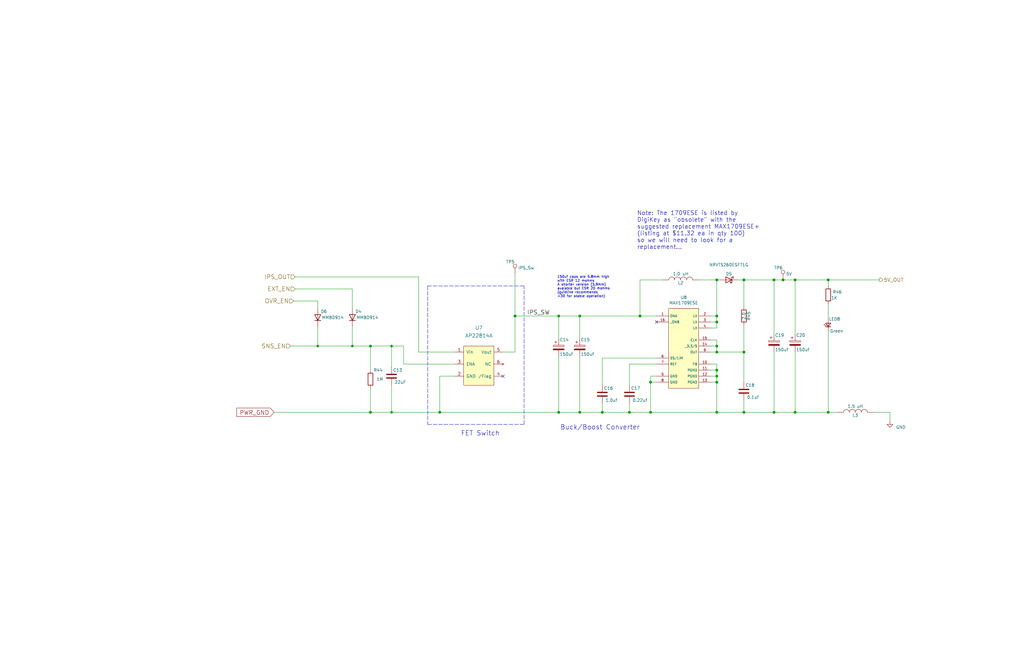
<source format=kicad_sch>
(kicad_sch (version 20211123) (generator eeschema)
  (paper "B")
  (title_block (title "ConnectBox CM4 for China Case") (date "2022-03-18") (rev "1.8.2") (comment 1 "JRA"))
  (lib_symbols
    (symbol "Connector:TestPoint" (pin_numbers hide) (pin_names (offset 0.762) hide)
      (property "Reference" "TP" (at 0 6.858 0))
      (property "Value" "TestPoint" (at 0 5.08 0))
      (symbol "TestPoint_0_1"
        (circle (center 0 3.302) (radius 0.762))
      )
      (symbol "TestPoint_1_1"
        (pin passive line (at 0 0 90) (length 2.54) (name "1") (number "1"))
      )
    )
    (symbol "CustomComponents:AP22814A" (pin_names (offset 1.016))
      (property "Reference" "IC" (at -3.81 8.89 0))
      (property "Value" "AP22814A" (at 0 -11.43 0))
      (symbol "AP22814A_0_1"
        (rectangle (start -5.08 6.35) (end 7.62 -10.16) (fill (type background)))
      )
      (symbol "AP22814A_1_1"
        (pin input line (at -8.89 3.81 0) (length 3.81) (name "Vin") (number "1"))
        (pin input line (at -8.89 -6.35 0) (length 3.81) (name "GND") (number "2"))
        (pin input line (at -8.89 -1.27 0) (length 3.81) (name "ENA") (number "3"))
        (pin output line (at 11.43 -6.35 180) (length 3.81) (name "/Flag") (number "4"))
        (pin power_out line (at 11.43 3.81 180) (length 3.81) (name "Vout") (number "5"))
        (pin no_connect line (at 11.43 -1.27 180) (length 3.81) (name "NC") (number "6"))
      )
    )
    (symbol "CustomComponents:INDUCTOR-1" (pin_numbers hide) (pin_names (offset 1.016) hide)
      (property "Reference" "L" (at -1.27 0 90))
      (property "Value" "INDUCTOR-1" (at 2.54 0 90))
      (symbol "INDUCTOR-1_0_1"
        (arc (start 0.0254 -5.0546) (mid 1.245 -3.7973) (end 0.0254 -2.54))
        (arc (start 0.0254 -2.5146) (mid 1.2704 -1.2319) (end 0.0254 0.0508))
        (arc (start 0.0254 0.0254) (mid 1.2704 1.3081) (end 0.0254 2.5908))
        (arc (start 0.0254 2.5654) (mid 1.1942 3.7719) (end 0.0254 4.9784))
      )
      (symbol "INDUCTOR-1_1_1"
        (pin passive line (at 0 7.62 270) (length 2.54) (name "1") (number "1"))
        (pin passive line (at 0 -7.62 90) (length 2.54) (name "2") (number "2"))
      )
    )
    (symbol "Custom_1:MAX1709ESE"
      (property "Reference" "U" (at -2.54 17.78 0))
      (property "Value" "MAX1709ESE" (at 0 15.24 0))
      (symbol "MAX1709ESE_0_1"
        (rectangle (start -6.35 13.335) (end 6.35 -20.32) (stroke (width 0.1524)) (fill (type background)))
      )
      (symbol "MAX1709ESE_1_1"
        (pin input line (at -11.43 10.16 0) (length 5.08) (name "ONA") (number "1"))
        (pin input line (at 11.43 -10.16 180) (length 5.08) (name "FB") (number "10"))
        (pin input line (at 11.43 -12.7 180) (length 5.08) (name "PGND") (number "11"))
        (pin input line (at 11.43 -15.24 180) (length 5.08) (name "PGND") (number "12"))
        (pin input line (at 11.43 -17.78 180) (length 5.08) (name "PGND") (number "13"))
        (pin input line (at 11.43 -2.54 180) (length 5.08) (name "_3.3/5") (number "14"))
        (pin input line (at 11.43 0 180) (length 5.08) (name "CLK") (number "15"))
        (pin input line (at -11.43 7.62 0) (length 5.08) (name "_ONB") (number "16"))
        (pin input line (at 11.43 10.16 180) (length 5.08) (name "LX") (number "2"))
        (pin input line (at 11.43 7.62 180) (length 5.08) (name "LX") (number "3"))
        (pin input line (at 11.43 5.08 180) (length 5.08) (name "LX") (number "4"))
        (pin input line (at -11.43 -15.24 0) (length 5.08) (name "GND") (number "5"))
        (pin input line (at -11.43 -7.62 0) (length 5.08) (name "SS/LIM") (number "6"))
        (pin input line (at -11.43 -10.16 0) (length 5.08) (name "REF") (number "7"))
        (pin input line (at -11.43 -17.78 0) (length 5.08) (name "GND") (number "8"))
        (pin input line (at 11.43 -5.08 180) (length 5.08) (name "OUT") (number "9"))
      )
    )
    (symbol "Device:C" (pin_numbers hide) (pin_names (offset 0.254))
      (property "Reference" "C" (at 0.635 2.54 0))
      (property "Value" "C" (at 0.635 -2.54 0))
      (symbol "C_0_1"
        (polyline (pts (xy -2.032 -0.762) (xy 2.032 -0.762)) (stroke (width 0.508)))
        (polyline (pts (xy -2.032 0.762) (xy 2.032 0.762)) (stroke (width 0.508)))
      )
      (symbol "C_1_1"
        (pin passive line (at 0 3.81 270) (length 2.794) (name "~") (number "1"))
        (pin passive line (at 0 -3.81 90) (length 2.794) (name "~") (number "2"))
      )
    )
    (symbol "Device:CP" (pin_numbers hide) (pin_names (offset 0.254))
      (property "Reference" "C" (at 0.635 2.54 0))
      (property "Value" "CP" (at 0.635 -2.54 0))
      (symbol "CP_0_1"
        (rectangle (start -2.286 0.508) (end 2.286 1.016))
        (polyline (pts (xy -1.778 2.286) (xy -0.762 2.286)))
        (polyline (pts (xy -1.27 2.794) (xy -1.27 1.778)))
        (rectangle (start 2.286 -0.508) (end -2.286 -1.016) (fill (type outline)))
      )
      (symbol "CP_1_1"
        (pin passive line (at 0 3.81 270) (length 2.794) (name "~") (number "1"))
        (pin passive line (at 0 -3.81 90) (length 2.794) (name "~") (number "2"))
      )
    )
    (symbol "Device:D_Schottky" (pin_numbers hide) (pin_names (offset 1.016) hide)
      (property "Reference" "D" (at 0 2.54 0))
      (property "Value" "D_Schottky" (at 0 -2.54 0))
      (symbol "D_Schottky_0_1"
        (polyline (pts (xy 1.27 0) (xy -1.27 0)))
        (polyline (pts (xy 1.27 1.27) (xy 1.27 -1.27) (xy -1.27 0) (xy 1.27 1.27)) (stroke (width 0.254)))
        (polyline (pts (xy -1.905 0.635) (xy -1.905 1.27) (xy -1.27 1.27) (xy -1.27 -1.27) (xy -0.635 -1.27) (xy -0.635 -0.635)) (stroke (width 0.254)))
      )
      (symbol "D_Schottky_1_1"
        (pin passive line (at -3.81 0 0) (length 2.54) (name "K") (number "1"))
        (pin passive line (at 3.81 0 180) (length 2.54) (name "A") (number "2"))
      )
    )
    (symbol "Device:LED_Small" (pin_numbers hide) (pin_names (offset 0.254) hide)
      (property "Reference" "D" (at -1.27 3.175 0))
      (property "Value" "LED_Small" (at -4.445 -2.54 0))
      (symbol "LED_Small_0_1"
        (polyline (pts (xy -0.762 -1.016) (xy -0.762 1.016)) (stroke (width 0.254)))
        (polyline (pts (xy 1.016 0) (xy -0.762 0)))
        (polyline (pts (xy 0.762 -1.016) (xy -0.762 0) (xy 0.762 1.016) (xy 0.762 -1.016)) (stroke (width 0.254)))
        (polyline (pts (xy 0 0.762) (xy -0.508 1.27) (xy -0.254 1.27) (xy -0.508 1.27) (xy -0.508 1.016)))
        (polyline (pts (xy 0.508 1.27) (xy 0 1.778) (xy 0.254 1.778) (xy 0 1.778) (xy 0 1.524)))
      )
      (symbol "LED_Small_1_1"
        (pin passive line (at -2.54 0 0) (length 1.778) (name "K") (number "1"))
        (pin passive line (at 2.54 0 180) (length 1.778) (name "A") (number "2"))
      )
    )
    (symbol "Device:R" (pin_numbers hide) (pin_names (offset 0))
      (property "Reference" "R" (at 2.032 0 90))
      (property "Value" "R" (at 0 0 90))
      (symbol "R_0_1"
        (rectangle (start -1.016 -2.54) (end 1.016 2.54) (stroke (width 0.254)))
      )
      (symbol "R_1_1"
        (pin passive line (at 0 3.81 270) (length 1.27) (name "~") (number "1"))
        (pin passive line (at 0 -3.81 90) (length 1.27) (name "~") (number "2"))
      )
    )
    (symbol "Diode:1N914" (pin_numbers hide) (pin_names (offset 1.016) hide)
      (property "Reference" "D" (at 0 2.54 0))
      (property "Value" "1N914" (at 0 -2.54 0))
      (symbol "1N914_0_1"
        (polyline (pts (xy -1.27 1.27) (xy -1.27 -1.27)) (stroke (width 0.254)))
        (polyline (pts (xy 1.27 0) (xy -1.27 0)))
        (polyline (pts (xy 1.27 1.27) (xy 1.27 -1.27) (xy -1.27 0) (xy 1.27 1.27)) (stroke (width 0.254)))
      )
      (symbol "1N914_1_1"
        (pin passive line (at -3.81 0 0) (length 2.54) (name "K") (number "1"))
        (pin passive line (at 3.81 0 180) (length 2.54) (name "A") (number "2"))
      )
    )
    (symbol "power:GND" (power) (pin_names (offset 0))
      (property "Value" "GND" (at 0 -3.81 0))
      (symbol "GND_0_1"
        (polyline (pts (xy 0 0) (xy 0 -1.27) (xy 1.27 -1.27) (xy 0 -2.54) (xy -1.27 -1.27) (xy 0 -1.27)))
      )
      (symbol "GND_1_1"
        (pin power_in line (at 0 0 270) (length 0) hide (name "GND") (number "1"))
      )
    )
  )
  (junction (at 244.475 133.35) (diameter 1.016))
  (junction (at 302.26 133.35) (diameter 1.016))
  (junction (at 335.28 173.99) (diameter 1.016))
  (junction (at 313.69 118.11) (diameter 1.016))
  (junction (at 335.28 118.11) (diameter 1.016))
  (junction (at 349.25 173.99) (diameter 1.016))
  (junction (at 274.32 161.29) (diameter 1.016))
  (junction (at 156.21 173.99) (diameter 1.016))
  (junction (at 302.26 148.59) (diameter 1.016))
  (junction (at 165.1 146.05))
  (junction (at 165.1 173.99))
  (junction (at 349.25 118.11) (diameter 1.016))
  (junction (at 313.69 173.99) (diameter 1.016))
  (junction (at 302.26 161.29) (diameter 1.016))
  (junction (at 269.875 133.35) (diameter 1.016))
  (junction (at 217.17 133.35) (diameter 1.016))
  (junction (at 302.26 173.99) (diameter 1.016))
  (junction (at 156.21 146.05) (diameter 1.016))
  (junction (at 330.2 118.11) (diameter 1.016))
  (junction (at 148.59 146.05))
  (junction (at 235.585 133.35) (diameter 1.016))
  (junction (at 302.26 158.75) (diameter 1.016))
  (junction (at 302.26 135.89) (diameter 1.016))
  (junction (at 185.42 173.99) (diameter 1.016))
  (junction (at 235.585 173.99) (diameter 1.016))
  (junction (at 254 173.99) (diameter 1.016))
  (junction (at 244.475 173.99) (diameter 1.016))
  (junction (at 302.26 146.05) (diameter 1.016))
  (junction (at 265.43 173.99) (diameter 1.016))
  (junction (at 313.69 148.59) (diameter 1.016))
  (junction (at 326.39 173.99) (diameter 1.016))
  (junction (at 133.985 146.05))
  (junction (at 302.26 156.21) (diameter 1.016))
  (junction (at 326.39 118.11) (diameter 1.016))
  (junction (at 302.26 118.11) (diameter 1.016))
  (junction (at 274.32 173.99) (diameter 1.016))
  (no_connect (at 276.86 135.89))
  (no_connect (at 212.09 158.75))
  (wire (pts (xy 235.585 173.99) (xy 244.475 173.99)))
  (wire (pts (xy 244.475 173.99) (xy 254 173.99)))
  (wire (pts (xy 254 173.99) (xy 265.43 173.99)))
  (wire (pts (xy 265.43 173.99) (xy 274.32 173.99)))
  (wire (pts (xy 274.32 173.99) (xy 302.26 173.99)))
  (wire (pts (xy 302.26 173.99) (xy 313.69 173.99)))
  (wire (pts (xy 313.69 173.99) (xy 326.39 173.99)))
  (wire (pts (xy 217.17 133.35) (xy 235.585 133.35)))
  (wire (pts (xy 235.585 133.35) (xy 244.475 133.35)))
  (wire (pts (xy 244.475 133.35) (xy 269.875 133.35)))
  (wire (pts (xy 269.875 133.35) (xy 276.86 133.35)))
  (wire (pts (xy 294.64 118.11) (xy 302.26 118.11)))
  (wire (pts (xy 302.26 118.11) (xy 303.53 118.11)))
  (wire (pts (xy 302.26 148.59) (xy 299.72 148.59)))
  (wire (pts (xy 313.69 137.16) (xy 313.69 148.59)))
  (wire (pts (xy 313.69 148.59) (xy 302.26 148.59)))
  (wire (pts (xy 148.59 121.92) (xy 148.59 130.175)))
  (wire (pts (xy 123.825 127) (xy 133.985 127)))
  (wire (pts (xy 124.46 121.92) (xy 148.59 121.92)))
  (wire (pts (xy 302.26 118.11) (xy 302.26 133.35)))
  (wire (pts (xy 335.28 118.11) (xy 349.25 118.11)))
  (wire (pts (xy 274.32 158.75) (xy 274.32 161.29)))
  (wire (pts (xy 274.32 161.29) (xy 276.86 161.29)))
  (wire (pts (xy 276.86 158.75) (xy 274.32 158.75)))
  (wire (pts (xy 299.72 135.89) (xy 302.26 135.89)))
  (wire (pts (xy 299.72 138.43) (xy 302.26 138.43)))
  (wire (pts (xy 302.26 138.43) (xy 302.26 135.89)))
  (wire (pts (xy 165.1 162.56) (xy 165.1 173.99)))
  (wire (pts (xy 349.25 173.99) (xy 335.28 173.99)))
  (wire (pts (xy 156.21 146.05) (xy 165.1 146.05)))
  (wire (pts (xy 170.18 153.67) (xy 170.18 146.05)))
  (wire (pts (xy 170.18 153.67) (xy 191.77 153.67)))
  (wire (pts (xy 212.09 148.59) (xy 217.17 148.59)))
  (polyline (pts (xy 220.98 179.07) (xy 220.98 120.65)) (stroke (width 0) (type dash)))
  (wire (pts (xy 185.42 158.75) (xy 185.42 173.99)))
  (wire (pts (xy 191.77 158.75) (xy 185.42 158.75)))
  (wire (pts (xy 165.1 146.05) (xy 165.1 154.94)))
  (wire (pts (xy 148.59 146.05) (xy 156.21 146.05)))
  (wire (pts (xy 335.28 118.11) (xy 335.28 140.97)))
  (wire (pts (xy 375.285 173.99) (xy 368.3 173.99)))
  (polyline (pts (xy 180.34 120.65) (xy 220.98 120.65)) (stroke (width 0) (type dash)))
  (wire (pts (xy 311.15 118.11) (xy 313.69 118.11)))
  (wire (pts (xy 313.69 118.11) (xy 326.39 118.11)))
  (wire (pts (xy 274.32 161.29) (xy 274.32 173.99)))
  (wire (pts (xy 330.2 118.11) (xy 335.28 118.11)))
  (wire (pts (xy 254 151.13) (xy 276.86 151.13)))
  (wire (pts (xy 254 162.56) (xy 254 151.13)))
  (wire (pts (xy 349.25 139.7) (xy 349.25 173.99)))
  (wire (pts (xy 349.25 128.27) (xy 349.25 134.62)))
  (wire (pts (xy 349.25 118.11) (xy 349.25 120.65)))
  (wire (pts (xy 326.39 118.11) (xy 326.39 140.97)))
  (wire (pts (xy 265.43 153.67) (xy 265.43 162.56)))
  (wire (pts (xy 276.86 153.67) (xy 265.43 153.67)))
  (wire (pts (xy 133.985 130.175) (xy 133.985 127)))
  (wire (pts (xy 313.69 118.11) (xy 313.69 129.54)))
  (wire (pts (xy 349.25 173.99) (xy 353.06 173.99)))
  (wire (pts (xy 313.69 168.91) (xy 313.69 173.99)))
  (wire (pts (xy 302.26 161.29) (xy 302.26 173.99)))
  (wire (pts (xy 217.17 115.57) (xy 217.17 133.35)))
  (wire (pts (xy 235.585 150.495) (xy 235.585 173.99)))
  (wire (pts (xy 124.46 116.84) (xy 176.53 116.84)))
  (wire (pts (xy 176.53 116.84) (xy 176.53 148.59)))
  (wire (pts (xy 244.475 133.35) (xy 244.475 142.875)))
  (wire (pts (xy 335.28 173.99) (xy 335.28 148.59)))
  (wire (pts (xy 375.285 173.99) (xy 375.285 177.8)))
  (wire (pts (xy 165.1 173.99) (xy 185.42 173.99)))
  (wire (pts (xy 254 170.18) (xy 254 173.99)))
  (wire (pts (xy 349.25 118.11) (xy 370.84 118.11)))
  (wire (pts (xy 326.39 118.11) (xy 330.2 118.11)))
  (wire (pts (xy 235.585 133.35) (xy 235.585 142.875)))
  (wire (pts (xy 326.39 173.99) (xy 326.39 148.59)))
  (wire (pts (xy 185.42 173.99) (xy 235.585 173.99)))
  (wire (pts (xy 165.1 146.05) (xy 170.18 146.05)))
  (wire (pts (xy 176.53 148.59) (xy 191.77 148.59)))
  (wire (pts (xy 269.875 118.11) (xy 269.875 133.35)))
  (wire (pts (xy 279.4 118.11) (xy 269.875 118.11)))
  (wire (pts (xy 156.21 173.99) (xy 165.1 173.99)))
  (wire (pts (xy 133.985 137.795) (xy 133.985 146.05)))
  (wire (pts (xy 115.57 173.99) (xy 156.21 173.99)))
  (polyline (pts (xy 180.34 120.65) (xy 180.34 179.07)) (stroke (width 0) (type dash)))
  (wire (pts (xy 302.26 158.75) (xy 302.26 161.29)))
  (wire (pts (xy 302.26 161.29) (xy 299.72 161.29)))
  (wire (pts (xy 133.985 146.05) (xy 148.59 146.05)))
  (wire (pts (xy 313.69 148.59) (xy 313.69 161.29)))
  (wire (pts (xy 299.72 143.51) (xy 302.26 143.51)))
  (wire (pts (xy 302.26 143.51) (xy 302.26 146.05)))
  (wire (pts (xy 302.26 146.05) (xy 302.26 148.59)))
  (wire (pts (xy 244.475 150.495) (xy 244.475 173.99)))
  (wire (pts (xy 148.59 137.795) (xy 148.59 146.05)))
  (polyline (pts (xy 180.34 179.07) (xy 220.98 179.07)) (stroke (width 0) (type dash)))
  (wire (pts (xy 299.72 153.67) (xy 302.26 153.67)))
  (wire (pts (xy 302.26 153.67) (xy 302.26 156.21)))
  (wire (pts (xy 302.26 156.21) (xy 299.72 156.21)))
  (wire (pts (xy 299.72 146.05) (xy 302.26 146.05)))
  (wire (pts (xy 156.21 156.21) (xy 156.21 146.05)))
  (wire (pts (xy 335.28 173.99) (xy 326.39 173.99)))
  (wire (pts (xy 217.17 133.35) (xy 217.17 148.59)))
  (wire (pts (xy 302.26 133.35) (xy 299.72 133.35)))
  (wire (pts (xy 302.26 135.89) (xy 302.26 133.35)))
  (wire (pts (xy 302.26 156.21) (xy 302.26 158.75)))
  (wire (pts (xy 302.26 158.75) (xy 299.72 158.75)))
  (wire (pts (xy 156.21 163.83) (xy 156.21 173.99)))
  (wire (pts (xy 122.555 146.05) (xy 133.985 146.05)))
  (wire (pts (xy 265.43 170.18) (xy 265.43 173.99)))
  (text "150uf caps are 5.8mm high\nwith ESR 12 mohms\nA shorter version (3.9mm)\navaiable but ESR 20 mohms\n(guidline recommends \n<30 for stable operation)" (at 234.95 125.73 0) (effects (font (size 1.016 1.016)) (justify left bottom)))
  (text "Buck/Boost Converter" (at 236.22 181.61 0) (effects (font (size 2.0066 2.0066)) (justify left bottom)))
  (text "Note: The 1709ESE is listed by \nDigiKey as \"obsolete\" with the\nsuggested replacement MAX1709ESE+\n(listing at $11.32 ea in qty 100)\nso we will need to look for a \nreplacement..." (at 268.605 105.41 0) (effects (font (size 1.778 1.778)) (justify left bottom)))
  (text "FET Switch" (at 194.31 184.15 0) (effects (font (size 2.0066 2.0066)) (justify left bottom)))
  (label "IPS_SW" (at 222.25 133.35 0) (effects (font (size 1.778 1.778))))
  (global_label "PWR_GND" (shape input) (at 115.57 173.99 180) (effects (font (size 1.778 1.778))) (property "Intersheet References" "${INTERSHEET_REFS}" (effects hide)))
  (hierarchical_label "OVR_EN" (shape input) (at 123.825 127 180) (effects (font (size 1.778 1.778))))
  (hierarchical_label "EXT_EN" (shape input) (at 124.46 121.92 180) (effects (font (size 1.778 1.778))))
  (hierarchical_label "SNS_EN" (shape input) (at 122.555 146.05 180) (effects (font (size 1.778 1.778))))
  (hierarchical_label "IPS_OUT" (shape input) (at 124.46 116.84 180) (effects (font (size 1.778 1.778))))
  (hierarchical_label "5V_OUT" (shape output) (at 370.84 118.11 0) (effects (font (size 1.524 1.524))))
  (symbol (lib_id "Device:D_Schottky") (at 307.34 118.11 0) (mirror y) (unit 1)
    (property "Reference" "D5" (at 307.34 115.57 0))
    (property "Value" "NRVTS260ESFT1G" (at 307.34 111.76 0))
    (property "Footprint" "CustomComponents:SOD-123FL" (effects hide))
    (property "Manufacturer" "ON Semiconductor" (effects hide))
    (property "Manufacturer P/N" "NRVTS260ESFT1G" (effects hide))
    (property "Description" "DIODE SCHOTTKY 60V 2A SOD123FL" (effects hide))
    (property "DigiKey P/N" "NRVTS260ESFT1GOSCT-ND" (effects hide))
    (property "Type" "SMD" (effects hide))
  )
  (symbol (lib_id "Device:LED_Small") (at 349.25 137.16 90) (unit 1)
    (property "Reference" "LED8" (at 354.33 134.62 90) (effects (justify left)))
    (property "Value" "Green" (at 355.6 139.7 90) (effects (justify left)))
    (property "Footprint" "LED_SMD:LED_0603_1608Metric" (effects hide))
    (property "Manufacturer" "Lite-On Inc." (effects hide))
    (property "Manufacturer P/N" "LTST-C191KFKT" (effects hide))
    (property "Description" "LED GREEN CLEAR 0603 SMD" (effects hide))
    (property "DigiKey P/N" "160-1446-1-ND" (effects hide))
    (property "Type" "SMD" (effects hide))
  )
  (symbol (lib_id "power:GND") (at 375.285 177.8 0) (unit 1)
    (property "Reference" "#PWR011" (effects hide))
    (property "Value" "GND" (at 379.857 180.2892 0))
  )
  (symbol (lib_id "Connector:TestPoint") (at 217.17 115.57 0) (unit 1)
    (property "Reference" "TP5" (at 213.36 110.49 0) (effects (justify left)))
    (property "Value" "IPS_Sw" (at 218.44 113.03 0) (effects (justify left)))
    (property "Footprint" "TestPoint:TestPoint_THTPad_D1.5mm_Drill0.7mm" (effects hide))
  )
  (symbol (lib_id "Device:CP") (at 244.475 146.685 0) (unit 1)
    (property "Reference" "C15" (at 244.8561 143.3841 0) (effects (justify left)))
    (property "Value" "150uf" (at 244.8561 149.4928 0) (effects (justify left)))
    (property "Footprint" "Capacitor_SMD:CP_Elec_5x3" (effects hide))
    (property "Manufacturer" "Nippon Chemi-Con" (effects hide))
    (property "Manufacturer P/N" "APXF6R3ARA151ME61G" (effects hide))
    (property "Description" "150uf, 6.3V Alum Polymer Cap" (effects hide))
    (property "DigiKey P/N" "565-4332-1-ND" (effects hide))
    (property "Type" "SMD" (effects hide))
  )
  (symbol (lib_id "Device:C") (at 165.1 158.75 0) (unit 1)
    (property "Reference" "C13" (at 165.735 156.21 0) (effects (justify left)))
    (property "Value" "22uF" (at 166.37 161.29 0) (effects (justify left)))
    (property "Footprint" "Capacitor_SMD:C_0603_1608Metric" (effects hide))
    (property "Manufacturer" "Samsung" (effects hide))
    (property "Manufacturer P/N" "CL10A226MQ8NRNC" (effects hide))
    (property "Description" "CAP CER 22UF 6.3V X5R 0603" (effects hide))
    (property "DigiKey P/N" "1276-1193-1-ND" (effects hide))
    (property "Type" "SMD" (effects hide))
  )
  (symbol (lib_id "Diode:1N914") (at 148.59 133.985 90) (unit 1)
    (property "Reference" "D4" (at 151.13 131.445 90))
    (property "Value" "MMBD914" (at 154.94 133.985 90))
    (property "Footprint" "Diode_SMD:D_SOT-23_ANK" (effects hide))
    (property "Datasheet" "http://www.vishay.com/docs/85622/1n914.pdf" (effects hide))
    (property "Manufacturer" "ON Semiconductor" (effects hide))
    (property "Manufacturer P/N" "MMBD914LT1G" (effects hide))
    (property "Description" "DIODE GEN PURP 100V 200MA SOT23" (effects hide))
    (property "DigiKey P/N" "MMBD914LT1GOSCT-ND" (effects hide))
    (property "Type" "SMD" (effects hide))
  )
  (symbol (lib_id "Device:C") (at 313.69 165.1 0) (unit 1)
    (property "Reference" "C18" (at 314.325 162.56 0) (effects (justify left)))
    (property "Value" "0.1uf" (at 314.96 167.64 0) (effects (justify left)))
    (property "Footprint" "Capacitor_SMD:C_0603_1608Metric" (effects hide))
    (property "Manufacturer" "KEMET" (effects hide))
    (property "Manufacturer P/N" "C0603C104K9PAC7867" (effects hide))
    (property "Description" "CAP CER 0.1UF 6.3V X5R 0603" (effects hide))
    (property "DigiKey P/N" "399-17575-1-ND" (effects hide))
    (property "Type" "SMD" (effects hide))
  )
  (symbol (lib_id "Connector:TestPoint") (at 330.2 118.11 0) (unit 1)
    (property "Reference" "TP6" (at 326.39 113.03 0) (effects (justify left)))
    (property "Value" "5V" (at 331.47 115.57 0) (effects (justify left)))
    (property "Footprint" "TestPoint:TestPoint_THTPad_D1.5mm_Drill0.7mm" (effects hide))
  )
  (symbol (lib_id "Custom_1:MAX1709ESE") (at 288.29 143.51 0) (unit 1)
    (property "Reference" "U8" (at 288.29 125.5226 0))
    (property "Value" "MAX1709ESE" (at 288.29 127.8213 0))
    (property "Footprint" "Package_SO:SOP-16_3.9x9.9mm_P1.27mm" (effects hide))
    (property "Manufacturer" "Maxim" (effects hide))
    (property "Manufacturer P/N" "MAX1709ESE" (effects hide))
    (property "Description" "STEP-UP DC-DC CONVERTER" (effects hide))
    (property "DigiKey P/N" "[none - from AliExpress]" (effects hide))
    (property "Type" "SMD" (effects hide))
  )
  (symbol (lib_id "Device:R") (at 156.21 160.02 0) (unit 1)
    (property "Reference" "R44" (at 157.48 156.21 0) (effects (justify left)))
    (property "Value" "1M" (at 158.75 160.02 0) (effects (justify left)))
    (property "Footprint" "Resistor_SMD:R_0603_1608Metric" (effects hide))
    (property "Manufacturer" "Yageo" (effects hide))
    (property "Manufacturer P/N" "RC0603FR-071ML" (effects hide))
    (property "Description" "1 MOhms ±1% 0.1W, 1/10W Chip Resistor 0603 " (effects hide))
    (property "DigiKey P/N" "311-1.00MHRCT-ND" (effects hide))
    (property "Type" "SMD" (effects hide))
  )
  (symbol (lib_id "Device:C") (at 254 166.37 0) (unit 1)
    (property "Reference" "C16" (at 254.635 163.83 0) (effects (justify left)))
    (property "Value" "1.0uf" (at 255.27 168.91 0) (effects (justify left)))
    (property "Footprint" "Capacitor_SMD:C_0603_1608Metric" (effects hide))
    (property "Manufacturer" "KEMET" (effects hide))
    (property "Manufacturer P/N" "C0603C105K9PACTU" (effects hide))
    (property "Description" "CAP CER 1UF 6.3V X5R 0603" (effects hide))
    (property "DigiKey P/N" "399-7848-1-ND" (effects hide))
    (property "Type" "SMD" (effects hide))
  )
  (symbol (lib_id "Device:C") (at 265.43 166.37 0) (unit 1)
    (property "Reference" "C17" (at 266.065 163.83 0) (effects (justify left)))
    (property "Value" "0.22uf" (at 266.7 168.91 0) (effects (justify left)))
    (property "Footprint" "Capacitor_SMD:C_0603_1608Metric" (effects hide))
    (property "Manufacturer" "KEMET" (effects hide))
    (property "Manufacturer P/N" "C0603C224K9PAC7867" (effects hide))
    (property "Description" "CAP CER 0.22UF 6.3V X5R 0603" (effects hide))
    (property "DigiKey P/N" "399-14969-1-ND " (effects hide))
    (property "Type" "SMD" (effects hide))
  )
  (symbol (lib_id "Device:CP") (at 335.28 144.78 0) (unit 1)
    (property "Reference" "C20" (at 335.6611 141.4791 0) (effects (justify left)))
    (property "Value" "150uf" (at 335.6611 147.5878 0) (effects (justify left)))
    (property "Footprint" "Capacitor_SMD:CP_Elec_5x3" (effects hide))
    (property "Manufacturer" "Nippon Chemi-Con" (effects hide))
    (property "Manufacturer P/N" "APXF6R3ARA151ME61G" (effects hide))
    (property "Description" "150uf, 6.3V Alum Polymer Cap" (effects hide))
    (property "DigiKey P/N" "565-4332-1-ND" (effects hide))
    (property "Type" "SMD" (effects hide))
  )
  (symbol (lib_id "CustomComponents:AP22814A") (at 200.66 152.4 0) (unit 1)
    (property "Reference" "U7" (at 201.93 138.367 0) (effects (font (size 1.524 1.524))))
    (property "Value" "AP22814A" (at 201.93 141.646 0) (effects (font (size 1.524 1.524))))
    (property "Footprint" "CustomComponents:U-DFN2020-6" (effects hide))
    (property "Datasheet" "https://www.diodes.com/assets/Datasheets/AP22804_14.pdf" (effects hide))
    (property "Manufacturer" "Diodes Incorporated" (effects hide))
    (property "Manufacturer P/N" "AP22814ASN-7" (effects hide))
    (property "Description" "IC PWR SWITCH P-CHAN 1:1 6UDFN" (effects hide))
    (property "DigiKey P/N" "AP22814ASN-7DICT-ND" (effects hide))
    (property "Type" "SMD" (effects hide))
  )
  (symbol (lib_id "Device:R") (at 313.69 133.35 0) (unit 1)
    (property "Reference" "R45" (at 315.722 133.35 90))
    (property "Value" "2.0" (at 313.69 133.35 90))
    (property "Footprint" "Resistor_SMD:R_0603_1608Metric" (effects hide))
    (property "Manufacturer" "Yageo" (effects hide))
    (property "Manufacturer P/N" "RC0603FR-072RL" (effects hide))
    (property "Description" "RES SMD 2.0 OHM 1% 1/8W 603" (effects hide))
    (property "DigiKey P/N" "311-2.00HRCT-ND" (effects hide))
    (property "Type" "SMD" (effects hide))
  )
  (symbol (lib_id "Device:CP") (at 235.585 146.685 0) (unit 1)
    (property "Reference" "C14" (at 235.9661 143.3841 0) (effects (justify left)))
    (property "Value" "150uf" (at 235.9661 149.4928 0) (effects (justify left)))
    (property "Footprint" "Capacitor_SMD:CP_Elec_5x3" (effects hide))
    (property "Manufacturer" "Nippon Chemi-Con" (effects hide))
    (property "Manufacturer P/N" "APXF6R3ARA151ME61G" (effects hide))
    (property "Description" "150uf, 6.3V Alum Polymer Cap" (effects hide))
    (property "DigiKey P/N" "565-4332-1-ND" (effects hide))
    (property "Type" "SMD" (effects hide))
  )
  (symbol (lib_id "Diode:1N914") (at 133.985 133.985 90) (unit 1)
    (property "Reference" "D6" (at 136.525 131.445 90))
    (property "Value" "MMBD914" (at 140.335 133.985 90))
    (property "Footprint" "Diode_SMD:D_SOT-23_ANK" (effects hide))
    (property "Datasheet" "http://www.vishay.com/docs/85622/1n914.pdf" (effects hide))
    (property "Manufacturer" "ON Semiconductor" (effects hide))
    (property "Manufacturer P/N" "MMBD914LT1G" (effects hide))
    (property "Description" "DIODE GEN PURP 100V 200MA SOT23" (effects hide))
    (property "DigiKey P/N" "MMBD914LT1GOSCT-ND" (effects hide))
    (property "Type" "SMD" (effects hide))
  )
  (symbol (lib_id "CustomComponents:INDUCTOR-1") (at 360.68 173.99 90) (unit 1)
    (property "Reference" "L3" (at 360.68 175.26 90))
    (property "Value" "1.5 uH" (at 360.68 171.45 90))
    (property "Footprint" "Inductor_SMD:L_Taiyo-Yuden_NR-50xx" (effects hide))
    (property "Manufacturer" "Taiyo Yuden" (effects hide))
    (property "Manufacturer P/N" "NRS5020T1R5NMGJ" (effects hide))
    (property "Description" "FIXED IND 1.5UH 3A 31.2MOHM SMD" (effects hide))
    (property "DigiKey P/N" "587-2404-1-ND" (effects hide))
    (property "Type" "SMD" (effects hide))
  )
  (symbol (lib_id "Device:R") (at 349.25 124.46 0) (unit 1)
    (property "Reference" "R46" (at 353.06 123.19 0))
    (property "Value" "1K" (at 351.79 125.73 0))
    (property "Footprint" "Resistor_SMD:R_0603_1608Metric" (effects hide))
    (property "Manufacturer" "Yageo" (effects hide))
    (property "Manufacturer P/N" "RC0603FR-071KL" (effects hide))
    (property "Description" "RES SMD 1K OHM 1% 1/8W 0603" (effects hide))
    (property "DigiKey P/N" "311-1.00KHRCT-ND" (effects hide))
    (property "Type" "SMD" (effects hide))
  )
  (symbol (lib_id "Device:CP") (at 326.39 144.78 0) (unit 1)
    (property "Reference" "C19" (at 326.7711 141.4791 0) (effects (justify left)))
    (property "Value" "150uf" (at 326.7711 147.5878 0) (effects (justify left)))
    (property "Footprint" "Capacitor_SMD:CP_Elec_5x3" (effects hide))
    (property "Manufacturer" "Nippon Chemi-Con" (effects hide))
    (property "Manufacturer P/N" "APXF6R3ARA151ME61G" (effects hide))
    (property "Description" "150uf, 6.3V Alum Polymer Cap" (effects hide))
    (property "DigiKey P/N" "565-4332-1-ND" (effects hide))
    (property "Type" "SMD" (effects hide))
  )
  (symbol (lib_id "CustomComponents:INDUCTOR-1") (at 287.02 118.11 90) (unit 1)
    (property "Reference" "L2" (at 287.02 119.38 90))
    (property "Value" "1.0 uH" (at 287.02 115.57 90))
    (property "Footprint" "Inductor_SMD:L_Taiyo-Yuden_MD-5050" (effects hide))
    (property "Manufacturer" "Murata" (effects hide))
    (property "Manufacturer P/N" "LQH5BPN1R0N38L" (effects hide))
    (property "Description" "FIXED IND 1.0 UH 7A 12 MOHM SMD" (effects hide))
    (property "DigiKey P/N" "490-16290-1-ND - Cut Tape (CT)" (effects hide))
    (property "Type" "SMD" (effects hide))
  )
)
</source>
